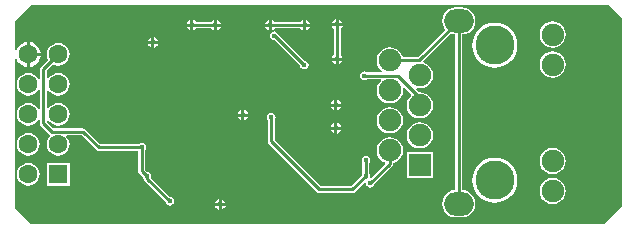
<source format=gbl>
G04*
G04 #@! TF.GenerationSoftware,Altium Limited,Altium Designer,18.1.9 (240)*
G04*
G04 Layer_Physical_Order=2*
G04 Layer_Color=16711680*
%FSLAX25Y25*%
%MOIN*%
G70*
G01*
G75*
%ADD11C,0.01000*%
%ADD38C,0.06299*%
%ADD39R,0.06299X0.06299*%
%ADD40R,0.07500X0.07500*%
%ADD41C,0.07500*%
%ADD42O,0.09843X0.07874*%
%ADD43C,0.13000*%
%ADD44C,0.01600*%
G36*
X470878Y204035D02*
Y141465D01*
X465035Y135622D01*
X273965D01*
X268621Y140965D01*
Y190420D01*
X269122Y190520D01*
X269375Y189907D01*
X270040Y189041D01*
X270907Y188375D01*
X271917Y187957D01*
X272500Y187880D01*
Y192000D01*
Y196120D01*
X271917Y196043D01*
X270907Y195625D01*
X270040Y194959D01*
X269375Y194093D01*
X269122Y193480D01*
X268621Y193579D01*
Y203035D01*
X273965Y208379D01*
X466535D01*
X470878Y204035D01*
D02*
G37*
%LPC*%
G36*
X364585Y203507D02*
X364382Y203467D01*
X363787Y203069D01*
X363669Y202893D01*
X355144D01*
X355026Y203069D01*
X354431Y203467D01*
X354228Y203507D01*
Y201771D01*
Y200036D01*
X354431Y200076D01*
X355026Y200474D01*
X355144Y200650D01*
X363669D01*
X363787Y200474D01*
X364382Y200076D01*
X364585Y200036D01*
Y201771D01*
Y203507D01*
D02*
G37*
G36*
X334870D02*
X334668Y203467D01*
X334072Y203069D01*
X333955Y202893D01*
X328915D01*
X328798Y203069D01*
X328202Y203467D01*
X328000Y203507D01*
Y201771D01*
Y200036D01*
X328202Y200076D01*
X328798Y200474D01*
X328915Y200650D01*
X333955D01*
X334072Y200474D01*
X334668Y200076D01*
X334870Y200036D01*
Y201771D01*
Y203507D01*
D02*
G37*
G36*
X376500Y203735D02*
Y202500D01*
X377736D01*
X377696Y202702D01*
X377298Y203297D01*
X376702Y203695D01*
X376500Y203735D01*
D02*
G37*
G36*
X375500D02*
X375298Y203695D01*
X374702Y203297D01*
X374304Y202702D01*
X374264Y202500D01*
X375500D01*
Y203735D01*
D02*
G37*
G36*
X365585Y203507D02*
Y202271D01*
X366821D01*
X366780Y202474D01*
X366382Y203069D01*
X365787Y203467D01*
X365585Y203507D01*
D02*
G37*
G36*
X353228D02*
X353026Y203467D01*
X352431Y203069D01*
X352033Y202474D01*
X351993Y202271D01*
X353228D01*
Y203507D01*
D02*
G37*
G36*
X335870D02*
Y202271D01*
X337106D01*
X337066Y202474D01*
X336668Y203069D01*
X336072Y203467D01*
X335870Y203507D01*
D02*
G37*
G36*
X327000D02*
X326798Y203467D01*
X326202Y203069D01*
X325804Y202474D01*
X325764Y202271D01*
X327000D01*
Y203507D01*
D02*
G37*
G36*
X366821Y201271D02*
X365585D01*
Y200036D01*
X365787Y200076D01*
X366382Y200474D01*
X366780Y201069D01*
X366821Y201271D01*
D02*
G37*
G36*
X353228D02*
X351993D01*
X352033Y201069D01*
X352431Y200474D01*
X353026Y200076D01*
X353228Y200036D01*
Y201271D01*
D02*
G37*
G36*
X337106D02*
X335870D01*
Y200036D01*
X336072Y200076D01*
X336668Y200474D01*
X337066Y201069D01*
X337106Y201271D01*
D02*
G37*
G36*
X327000D02*
X325764D01*
X325804Y201069D01*
X326202Y200474D01*
X326798Y200076D01*
X327000Y200036D01*
Y201271D01*
D02*
G37*
G36*
X315000Y197736D02*
Y196500D01*
X316236D01*
X316196Y196702D01*
X315798Y197298D01*
X315202Y197696D01*
X315000Y197736D01*
D02*
G37*
G36*
X314000D02*
X313798Y197696D01*
X313202Y197298D01*
X312804Y196702D01*
X312764Y196500D01*
X314000D01*
Y197736D01*
D02*
G37*
G36*
X316236Y195500D02*
X315000D01*
Y194264D01*
X315202Y194304D01*
X315798Y194702D01*
X316196Y195298D01*
X316236Y195500D01*
D02*
G37*
G36*
X314000D02*
X312764D01*
X312804Y195298D01*
X313202Y194702D01*
X313798Y194304D01*
X314000Y194264D01*
Y195500D01*
D02*
G37*
G36*
X447791Y203015D02*
X446656Y202865D01*
X445598Y202427D01*
X444689Y201730D01*
X443992Y200821D01*
X443553Y199763D01*
X443404Y198627D01*
X443553Y197492D01*
X443992Y196433D01*
X444689Y195525D01*
X445598Y194827D01*
X446656Y194389D01*
X447791Y194240D01*
X448927Y194389D01*
X449985Y194827D01*
X450894Y195525D01*
X451591Y196433D01*
X452029Y197492D01*
X452179Y198627D01*
X452029Y199763D01*
X451591Y200821D01*
X450894Y201730D01*
X449985Y202427D01*
X448927Y202865D01*
X447791Y203015D01*
D02*
G37*
G36*
X273500Y196120D02*
Y192500D01*
X277120D01*
X277043Y193083D01*
X276625Y194093D01*
X275959Y194959D01*
X275093Y195625D01*
X274083Y196043D01*
X273500Y196120D01*
D02*
G37*
G36*
X377736Y201500D02*
X374264D01*
X374304Y201297D01*
X374702Y200702D01*
X374879Y200584D01*
Y191873D01*
X374702Y191755D01*
X374304Y191159D01*
X374264Y190957D01*
X377736D01*
X377696Y191159D01*
X377298Y191755D01*
X377121Y191873D01*
Y200584D01*
X377298Y200702D01*
X377696Y201297D01*
X377736Y201500D01*
D02*
G37*
G36*
Y189957D02*
X376500D01*
Y188721D01*
X376702Y188761D01*
X377298Y189159D01*
X377696Y189755D01*
X377736Y189957D01*
D02*
G37*
G36*
X375500D02*
X374264D01*
X374304Y189755D01*
X374702Y189159D01*
X375298Y188761D01*
X375500Y188721D01*
Y189957D01*
D02*
G37*
G36*
X283000Y195782D02*
X282021Y195653D01*
X281109Y195275D01*
X280326Y194674D01*
X279725Y193891D01*
X279347Y192979D01*
X279218Y192000D01*
X279347Y191021D01*
X279666Y190252D01*
X277207Y187793D01*
X276964Y187429D01*
X276878Y187000D01*
X276878Y187000D01*
Y183741D01*
X276378Y183642D01*
X276275Y183891D01*
X275674Y184674D01*
X274891Y185275D01*
X273979Y185653D01*
X273000Y185782D01*
X272021Y185653D01*
X271109Y185275D01*
X270326Y184674D01*
X269725Y183891D01*
X269347Y182979D01*
X269218Y182000D01*
X269347Y181021D01*
X269725Y180109D01*
X270326Y179326D01*
X271109Y178725D01*
X272021Y178347D01*
X273000Y178218D01*
X273979Y178347D01*
X274891Y178725D01*
X275674Y179326D01*
X276275Y180109D01*
X276378Y180358D01*
X276878Y180259D01*
Y173741D01*
X276378Y173642D01*
X276275Y173891D01*
X275674Y174674D01*
X274891Y175275D01*
X273979Y175653D01*
X273000Y175782D01*
X272021Y175653D01*
X271109Y175275D01*
X270326Y174674D01*
X269725Y173891D01*
X269347Y172979D01*
X269218Y172000D01*
X269347Y171021D01*
X269725Y170109D01*
X270326Y169326D01*
X271109Y168725D01*
X272021Y168347D01*
X273000Y168218D01*
X273979Y168347D01*
X274891Y168725D01*
X275674Y169326D01*
X276275Y170109D01*
X276378Y170358D01*
X276878Y170259D01*
Y169000D01*
X276878Y169000D01*
X276964Y168571D01*
X277207Y168207D01*
X279957Y165457D01*
X279957Y165456D01*
X280260Y165254D01*
X280339Y164949D01*
X280355Y164697D01*
X280326Y164674D01*
X279725Y163891D01*
X279347Y162979D01*
X279218Y162000D01*
X279347Y161021D01*
X279725Y160109D01*
X280326Y159326D01*
X281109Y158725D01*
X282021Y158347D01*
X283000Y158218D01*
X283979Y158347D01*
X284891Y158725D01*
X285674Y159326D01*
X286275Y160109D01*
X286653Y161021D01*
X286782Y162000D01*
X286653Y162979D01*
X286275Y163891D01*
X285710Y164628D01*
X285788Y165008D01*
X285828Y165128D01*
X290786D01*
X295707Y160207D01*
X296071Y159964D01*
X296500Y159878D01*
X296500Y159878D01*
X309630D01*
Y153114D01*
X309630Y153114D01*
X309716Y152685D01*
X309959Y152321D01*
X311112Y151168D01*
X311181Y150820D01*
X311409Y150479D01*
X311464Y150203D01*
X311707Y149839D01*
X318744Y142802D01*
X318813Y142454D01*
X319122Y141991D01*
X319585Y141681D01*
X320132Y141573D01*
X320678Y141681D01*
X321141Y141991D01*
X321450Y142454D01*
X321559Y143000D01*
X321450Y143546D01*
X321141Y144009D01*
X320678Y144319D01*
X320330Y144388D01*
X313832Y150886D01*
X313927Y151366D01*
X313819Y151912D01*
X313509Y152375D01*
X313046Y152685D01*
X312698Y152754D01*
X311874Y153579D01*
Y160159D01*
X312071Y160454D01*
X312179Y161000D01*
X312071Y161546D01*
X311761Y162009D01*
X311298Y162319D01*
X310752Y162427D01*
X310206Y162319D01*
X309911Y162122D01*
X296965D01*
X292043Y167043D01*
X291680Y167286D01*
X291250Y167371D01*
X291250Y167371D01*
X281215D01*
X279121Y169465D01*
Y170259D01*
X279622Y170358D01*
X279725Y170109D01*
X280326Y169326D01*
X281109Y168725D01*
X282021Y168347D01*
X283000Y168218D01*
X283979Y168347D01*
X284891Y168725D01*
X285674Y169326D01*
X286275Y170109D01*
X286653Y171021D01*
X286782Y172000D01*
X286653Y172979D01*
X286275Y173891D01*
X285674Y174674D01*
X284891Y175275D01*
X283979Y175653D01*
X283000Y175782D01*
X282021Y175653D01*
X281109Y175275D01*
X280326Y174674D01*
X279725Y173891D01*
X279622Y173642D01*
X279121Y173741D01*
Y180259D01*
X279622Y180358D01*
X279725Y180109D01*
X280326Y179326D01*
X281109Y178725D01*
X282021Y178347D01*
X283000Y178218D01*
X283979Y178347D01*
X284891Y178725D01*
X285674Y179326D01*
X286275Y180109D01*
X286653Y181021D01*
X286782Y182000D01*
X286653Y182979D01*
X286275Y183891D01*
X285674Y184674D01*
X284891Y185275D01*
X283979Y185653D01*
X283000Y185782D01*
X282021Y185653D01*
X281109Y185275D01*
X280326Y184674D01*
X279725Y183891D01*
X279622Y183642D01*
X279121Y183741D01*
Y186535D01*
X281252Y188666D01*
X282021Y188347D01*
X283000Y188218D01*
X283979Y188347D01*
X284891Y188725D01*
X285674Y189326D01*
X286275Y190109D01*
X286653Y191021D01*
X286782Y192000D01*
X286653Y192979D01*
X286275Y193891D01*
X285674Y194674D01*
X284891Y195275D01*
X283979Y195653D01*
X283000Y195782D01*
D02*
G37*
G36*
X277120Y191500D02*
X273500D01*
Y187880D01*
X274083Y187957D01*
X275093Y188375D01*
X275959Y189041D01*
X276625Y189907D01*
X277043Y190917D01*
X277120Y191500D01*
D02*
G37*
G36*
X428500Y202572D02*
X427032Y202427D01*
X425620Y201999D01*
X424319Y201303D01*
X423178Y200367D01*
X422242Y199227D01*
X421547Y197925D01*
X421119Y196513D01*
X420974Y195045D01*
X421119Y193577D01*
X421547Y192165D01*
X422242Y190864D01*
X423178Y189723D01*
X424319Y188787D01*
X425620Y188092D01*
X427032Y187664D01*
X428500Y187519D01*
X429969Y187664D01*
X431381Y188092D01*
X432682Y188787D01*
X433822Y189723D01*
X434758Y190864D01*
X435454Y192165D01*
X435882Y193577D01*
X436027Y195045D01*
X435882Y196513D01*
X435454Y197925D01*
X434758Y199227D01*
X433822Y200367D01*
X432682Y201303D01*
X431381Y201999D01*
X429969Y202427D01*
X428500Y202572D01*
D02*
G37*
G36*
X355000Y199656D02*
X354454Y199547D01*
X353991Y199238D01*
X353681Y198775D01*
X353573Y198228D01*
X353681Y197682D01*
X353991Y197219D01*
X354454Y196910D01*
X355000Y196801D01*
X355094Y196820D01*
X363612Y188302D01*
X363681Y187954D01*
X363991Y187491D01*
X364454Y187181D01*
X365000Y187073D01*
X365546Y187181D01*
X366009Y187491D01*
X366319Y187954D01*
X366427Y188500D01*
X366319Y189046D01*
X366009Y189509D01*
X365546Y189819D01*
X365198Y189888D01*
X356321Y198766D01*
X356319Y198775D01*
X356009Y199238D01*
X355546Y199547D01*
X355000Y199656D01*
D02*
G37*
G36*
X447791Y193015D02*
X446656Y192865D01*
X445598Y192427D01*
X444689Y191730D01*
X443992Y190821D01*
X443553Y189763D01*
X443404Y188627D01*
X443553Y187492D01*
X443992Y186433D01*
X444689Y185525D01*
X445598Y184827D01*
X446656Y184389D01*
X447791Y184240D01*
X448927Y184389D01*
X449985Y184827D01*
X450894Y185525D01*
X451591Y186433D01*
X452029Y187492D01*
X452179Y188627D01*
X452029Y189763D01*
X451591Y190821D01*
X450894Y191730D01*
X449985Y192427D01*
X448927Y192865D01*
X447791Y193015D01*
D02*
G37*
G36*
X376000Y176853D02*
Y175618D01*
X377236D01*
X377196Y175820D01*
X376798Y176415D01*
X376202Y176813D01*
X376000Y176853D01*
D02*
G37*
G36*
X375000D02*
X374798Y176813D01*
X374202Y176415D01*
X373804Y175820D01*
X373764Y175618D01*
X375000D01*
Y176853D01*
D02*
G37*
G36*
X377236Y174618D02*
X376000D01*
Y173382D01*
X376202Y173422D01*
X376798Y173820D01*
X377196Y174415D01*
X377236Y174618D01*
D02*
G37*
G36*
X375000D02*
X373764D01*
X373804Y174415D01*
X374202Y173820D01*
X374798Y173422D01*
X375000Y173382D01*
Y174618D01*
D02*
G37*
G36*
X345000Y173453D02*
Y172218D01*
X346236D01*
X346196Y172420D01*
X345798Y173015D01*
X345202Y173413D01*
X345000Y173453D01*
D02*
G37*
G36*
X344000D02*
X343798Y173413D01*
X343202Y173015D01*
X342804Y172420D01*
X342764Y172218D01*
X344000D01*
Y173453D01*
D02*
G37*
G36*
X346236Y171218D02*
X345000D01*
Y169982D01*
X345202Y170022D01*
X345798Y170420D01*
X346196Y171015D01*
X346236Y171218D01*
D02*
G37*
G36*
X344000D02*
X342764D01*
X342804Y171015D01*
X343202Y170420D01*
X343798Y170022D01*
X344000Y169982D01*
Y171218D01*
D02*
G37*
G36*
X376000Y169102D02*
Y167866D01*
X377236D01*
X377195Y168068D01*
X376797Y168664D01*
X376202Y169061D01*
X376000Y169102D01*
D02*
G37*
G36*
X375000D02*
X374797Y169061D01*
X374202Y168664D01*
X373804Y168068D01*
X373764Y167866D01*
X375000D01*
Y169102D01*
D02*
G37*
G36*
X393500Y174433D02*
X392365Y174283D01*
X391307Y173845D01*
X390398Y173148D01*
X389701Y172239D01*
X389262Y171181D01*
X389113Y170045D01*
X389262Y168910D01*
X389701Y167851D01*
X390398Y166943D01*
X391307Y166245D01*
X392365Y165807D01*
X393500Y165658D01*
X394636Y165807D01*
X395694Y166245D01*
X396603Y166943D01*
X397300Y167851D01*
X397738Y168910D01*
X397888Y170045D01*
X397738Y171181D01*
X397300Y172239D01*
X396603Y173148D01*
X395694Y173845D01*
X394636Y174283D01*
X393500Y174433D01*
D02*
G37*
G36*
X377236Y166866D02*
X376000D01*
Y165630D01*
X376202Y165670D01*
X376797Y166068D01*
X377195Y166664D01*
X377236Y166866D01*
D02*
G37*
G36*
X375000D02*
X373764D01*
X373804Y166664D01*
X374202Y166068D01*
X374797Y165670D01*
X375000Y165630D01*
Y166866D01*
D02*
G37*
G36*
X403500Y169433D02*
X402365Y169283D01*
X401307Y168845D01*
X400398Y168148D01*
X399701Y167239D01*
X399262Y166181D01*
X399113Y165045D01*
X399262Y163910D01*
X399701Y162851D01*
X400398Y161943D01*
X401307Y161246D01*
X402365Y160807D01*
X403500Y160658D01*
X404636Y160807D01*
X405694Y161246D01*
X406603Y161943D01*
X407300Y162851D01*
X407738Y163910D01*
X407888Y165045D01*
X407738Y166181D01*
X407300Y167239D01*
X406603Y168148D01*
X405694Y168845D01*
X404636Y169283D01*
X403500Y169433D01*
D02*
G37*
G36*
X273000Y165782D02*
X272021Y165653D01*
X271109Y165275D01*
X270326Y164674D01*
X269725Y163891D01*
X269347Y162979D01*
X269218Y162000D01*
X269347Y161021D01*
X269725Y160109D01*
X270326Y159326D01*
X271109Y158725D01*
X272021Y158347D01*
X273000Y158218D01*
X273979Y158347D01*
X274891Y158725D01*
X275674Y159326D01*
X276275Y160109D01*
X276653Y161021D01*
X276782Y162000D01*
X276653Y162979D01*
X276275Y163891D01*
X275674Y164674D01*
X274891Y165275D01*
X273979Y165653D01*
X273000Y165782D01*
D02*
G37*
G36*
X447791Y160850D02*
X446656Y160700D01*
X445598Y160262D01*
X444689Y159565D01*
X443992Y158656D01*
X443553Y157598D01*
X443404Y156462D01*
X443553Y155327D01*
X443992Y154268D01*
X444689Y153360D01*
X445598Y152663D01*
X446656Y152224D01*
X447791Y152075D01*
X448927Y152224D01*
X449985Y152663D01*
X450894Y153360D01*
X451591Y154268D01*
X452029Y155327D01*
X452179Y156462D01*
X452029Y157598D01*
X451591Y158656D01*
X450894Y159565D01*
X449985Y160262D01*
X448927Y160700D01*
X447791Y160850D01*
D02*
G37*
G36*
X407850Y159395D02*
X399150D01*
Y150695D01*
X407850D01*
Y159395D01*
D02*
G37*
G36*
X286750Y155750D02*
X279250D01*
Y148250D01*
X286750D01*
Y155750D01*
D02*
G37*
G36*
X273000Y155782D02*
X272021Y155653D01*
X271109Y155275D01*
X270326Y154674D01*
X269725Y153891D01*
X269347Y152979D01*
X269218Y152000D01*
X269347Y151021D01*
X269725Y150109D01*
X270326Y149326D01*
X271109Y148725D01*
X272021Y148347D01*
X273000Y148218D01*
X273979Y148347D01*
X274891Y148725D01*
X275674Y149326D01*
X276275Y150109D01*
X276653Y151021D01*
X276782Y152000D01*
X276653Y152979D01*
X276275Y153891D01*
X275674Y154674D01*
X274891Y155275D01*
X273979Y155653D01*
X273000Y155782D01*
D02*
G37*
G36*
X354000Y172427D02*
X353454Y172319D01*
X352991Y172009D01*
X352681Y171546D01*
X352573Y171000D01*
X352681Y170454D01*
X352878Y170159D01*
Y163000D01*
X352878Y163000D01*
X352964Y162571D01*
X353207Y162207D01*
X369207Y146207D01*
X369207Y146207D01*
X369571Y145964D01*
X370000Y145878D01*
X370000Y145878D01*
X381000D01*
X381000Y145878D01*
X381430Y145964D01*
X381793Y146207D01*
X385181Y149595D01*
X385642Y149348D01*
X385573Y149000D01*
X385681Y148454D01*
X385991Y147991D01*
X386454Y147681D01*
X387000Y147573D01*
X387546Y147681D01*
X388009Y147991D01*
X388319Y148454D01*
X388388Y148802D01*
X394293Y154707D01*
X394536Y155071D01*
X394622Y155500D01*
X394636Y155807D01*
X395694Y156246D01*
X396603Y156943D01*
X397300Y157851D01*
X397738Y158910D01*
X397888Y160045D01*
X397738Y161181D01*
X397300Y162239D01*
X396603Y163148D01*
X395694Y163845D01*
X394636Y164283D01*
X393500Y164433D01*
X392365Y164283D01*
X391307Y163845D01*
X390398Y163148D01*
X389701Y162239D01*
X389262Y161181D01*
X389113Y160045D01*
X389262Y158910D01*
X389701Y157851D01*
X390398Y156943D01*
X391307Y156246D01*
X391847Y156021D01*
X391945Y155531D01*
X387319Y150905D01*
X386858Y151151D01*
X386927Y151500D01*
X386819Y152046D01*
X386621Y152341D01*
Y155908D01*
X386819Y156203D01*
X386927Y156750D01*
X386819Y157296D01*
X386509Y157759D01*
X386046Y158069D01*
X385500Y158177D01*
X384954Y158069D01*
X384491Y157759D01*
X384181Y157296D01*
X384073Y156750D01*
X384181Y156203D01*
X384379Y155908D01*
Y152341D01*
X384181Y152046D01*
X384112Y151698D01*
X380536Y148122D01*
X370465D01*
X355121Y163465D01*
Y170159D01*
X355319Y170454D01*
X355427Y171000D01*
X355319Y171546D01*
X355009Y172009D01*
X354546Y172319D01*
X354000Y172427D01*
D02*
G37*
G36*
X428500Y157571D02*
X427032Y157427D01*
X425620Y156999D01*
X424319Y156303D01*
X423178Y155367D01*
X422242Y154227D01*
X421547Y152925D01*
X421119Y151514D01*
X420974Y150045D01*
X421119Y148577D01*
X421547Y147165D01*
X422242Y145864D01*
X423178Y144723D01*
X424319Y143787D01*
X425620Y143092D01*
X427032Y142664D01*
X428500Y142519D01*
X429969Y142664D01*
X431381Y143092D01*
X432682Y143787D01*
X433822Y144723D01*
X434758Y145864D01*
X435454Y147165D01*
X435882Y148577D01*
X436027Y150045D01*
X435882Y151514D01*
X435454Y152925D01*
X434758Y154227D01*
X433822Y155367D01*
X432682Y156303D01*
X431381Y156999D01*
X429969Y157427D01*
X428500Y157571D01*
D02*
G37*
G36*
X337500Y143736D02*
Y142500D01*
X338736D01*
X338696Y142702D01*
X338298Y143298D01*
X337702Y143696D01*
X337500Y143736D01*
D02*
G37*
G36*
X336500D02*
X336298Y143696D01*
X335702Y143298D01*
X335304Y142702D01*
X335264Y142500D01*
X336500D01*
Y143736D01*
D02*
G37*
G36*
X447791Y150850D02*
X446656Y150700D01*
X445598Y150262D01*
X444689Y149565D01*
X443992Y148656D01*
X443553Y147598D01*
X443404Y146462D01*
X443553Y145327D01*
X443992Y144268D01*
X444689Y143360D01*
X445598Y142663D01*
X446656Y142224D01*
X447791Y142075D01*
X448927Y142224D01*
X449985Y142663D01*
X450894Y143360D01*
X451591Y144268D01*
X452029Y145327D01*
X452179Y146462D01*
X452029Y147598D01*
X451591Y148656D01*
X450894Y149565D01*
X449985Y150262D01*
X448927Y150700D01*
X447791Y150850D01*
D02*
G37*
G36*
X338736Y141500D02*
X337500D01*
Y140264D01*
X337702Y140304D01*
X338298Y140702D01*
X338696Y141298D01*
X338736Y141500D01*
D02*
G37*
G36*
X336500D02*
X335264D01*
X335304Y141298D01*
X335702Y140702D01*
X336298Y140304D01*
X336500Y140264D01*
Y141500D01*
D02*
G37*
G36*
X417477Y207770D02*
X415508D01*
X414323Y207614D01*
X413220Y207157D01*
X412272Y206430D01*
X411545Y205482D01*
X411088Y204379D01*
X410932Y203194D01*
X411088Y202010D01*
X411545Y200906D01*
X412011Y200299D01*
X402879Y191167D01*
X397740D01*
X397738Y191181D01*
X397300Y192239D01*
X396603Y193148D01*
X395694Y193845D01*
X394636Y194283D01*
X393500Y194433D01*
X392365Y194283D01*
X391307Y193845D01*
X390398Y193148D01*
X389701Y192239D01*
X389262Y191181D01*
X389113Y190045D01*
X389262Y188910D01*
X389701Y187851D01*
X390398Y186943D01*
X390914Y186547D01*
X390744Y186047D01*
X385841D01*
X385546Y186244D01*
X385000Y186353D01*
X384454Y186244D01*
X383991Y185935D01*
X383681Y185472D01*
X383573Y184925D01*
X383681Y184379D01*
X383991Y183916D01*
X384454Y183607D01*
X385000Y183498D01*
X385546Y183607D01*
X385841Y183804D01*
X390475D01*
X390636Y183331D01*
X390398Y183148D01*
X389701Y182239D01*
X389262Y181181D01*
X389113Y180045D01*
X389262Y178910D01*
X389701Y177851D01*
X390398Y176943D01*
X391307Y176245D01*
X392365Y175807D01*
X393500Y175658D01*
X394636Y175807D01*
X395694Y176245D01*
X396603Y176943D01*
X397300Y177851D01*
X397738Y178910D01*
X397888Y180045D01*
X397771Y180936D01*
X398244Y181170D01*
X400621Y178793D01*
X400588Y178294D01*
X400398Y178148D01*
X399701Y177239D01*
X399262Y176181D01*
X399113Y175045D01*
X399262Y173910D01*
X399701Y172851D01*
X400398Y171943D01*
X401307Y171246D01*
X402365Y170807D01*
X403500Y170658D01*
X404636Y170807D01*
X405694Y171246D01*
X406603Y171943D01*
X407300Y172851D01*
X407738Y173910D01*
X407888Y175045D01*
X407738Y176181D01*
X407300Y177239D01*
X406603Y178148D01*
X405694Y178845D01*
X404636Y179283D01*
X403500Y179433D01*
X403194Y179392D01*
X402241Y180345D01*
X402504Y180789D01*
X403500Y180658D01*
X404636Y180807D01*
X405694Y181246D01*
X406603Y181943D01*
X407300Y182851D01*
X407738Y183910D01*
X407888Y185045D01*
X407738Y186181D01*
X407300Y187239D01*
X406603Y188148D01*
X405694Y188845D01*
X404805Y189213D01*
X404629Y189745D01*
X413853Y198969D01*
X414323Y198774D01*
X415371Y198636D01*
Y146807D01*
X414323Y146669D01*
X413220Y146212D01*
X412272Y145485D01*
X411545Y144537D01*
X411088Y143434D01*
X410932Y142249D01*
X411088Y141065D01*
X411545Y139961D01*
X412272Y139013D01*
X413220Y138286D01*
X414323Y137829D01*
X415508Y137673D01*
X417477D01*
X418661Y137829D01*
X419765Y138286D01*
X420713Y139013D01*
X421440Y139961D01*
X421897Y141065D01*
X422053Y142249D01*
X421897Y143434D01*
X421440Y144537D01*
X420713Y145485D01*
X419765Y146212D01*
X418661Y146669D01*
X417614Y146807D01*
Y198636D01*
X418661Y198774D01*
X419765Y199231D01*
X420713Y199958D01*
X421440Y200906D01*
X421897Y202010D01*
X422053Y203194D01*
X421897Y204379D01*
X421440Y205482D01*
X420713Y206430D01*
X419765Y207157D01*
X418661Y207614D01*
X417477Y207770D01*
D02*
G37*
%LPD*%
D11*
X280750Y166250D02*
X291250D01*
X278000Y169000D02*
X280750Y166250D01*
X278000Y169000D02*
Y187000D01*
X283000Y192000D01*
X385500Y151500D02*
Y156750D01*
X381000Y147000D02*
X385500Y151500D01*
X370000Y147000D02*
X381000D01*
X354000Y163000D02*
X370000Y147000D01*
X354000Y163000D02*
Y171000D01*
X353728Y201771D02*
X365085D01*
X327500D02*
X335370D01*
X393500Y155500D02*
Y160045D01*
X387000Y149000D02*
X393500Y155500D01*
X396075Y184925D02*
X403500Y177500D01*
X385000Y184925D02*
X396075D01*
X376000Y190457D02*
Y202000D01*
X403500Y175045D02*
Y177500D01*
X296500Y161000D02*
X310752D01*
X291250Y166250D02*
X296500Y161000D01*
X312500Y150632D02*
X320132Y143000D01*
X312500Y150632D02*
Y151366D01*
X310752Y153114D02*
X312500Y151366D01*
X310752Y153114D02*
Y161000D01*
X416492Y142249D02*
Y203194D01*
X393500Y190045D02*
X403343D01*
X416492Y203194D01*
X355272Y198228D02*
X365000Y188500D01*
X355000Y198228D02*
X355272D01*
D38*
X273000Y192000D02*
D03*
X283000D02*
D03*
X273000Y182000D02*
D03*
X283000D02*
D03*
X273000Y172000D02*
D03*
X283000D02*
D03*
X273000Y162000D02*
D03*
X283000D02*
D03*
X273000Y152000D02*
D03*
D39*
X283000D02*
D03*
D40*
X403500Y155045D02*
D03*
D41*
X393500Y160045D02*
D03*
X403500Y165045D02*
D03*
X393500Y170045D02*
D03*
X403500Y175045D02*
D03*
X393500Y180045D02*
D03*
X403500Y185045D02*
D03*
X393500Y190045D02*
D03*
X447791Y146462D02*
D03*
Y156462D02*
D03*
Y188627D02*
D03*
Y198627D02*
D03*
D42*
X416492Y142249D02*
D03*
Y203194D02*
D03*
D43*
X428500Y150045D02*
D03*
Y195045D02*
D03*
D44*
X354000Y171000D02*
D03*
X327500Y201771D02*
D03*
X365085D02*
D03*
X353728D02*
D03*
X335370D02*
D03*
X385500Y151500D02*
D03*
Y156750D02*
D03*
X375500Y167366D02*
D03*
X375500Y175118D02*
D03*
X387000Y149000D02*
D03*
X385000Y184925D02*
D03*
X376000Y202000D02*
D03*
Y190457D02*
D03*
X344500Y171718D02*
D03*
X320132Y143000D02*
D03*
X312500Y151366D02*
D03*
X310752Y161000D02*
D03*
X337000Y142000D02*
D03*
X314500Y196000D02*
D03*
X365000Y188500D02*
D03*
X355000Y198228D02*
D03*
M02*

</source>
